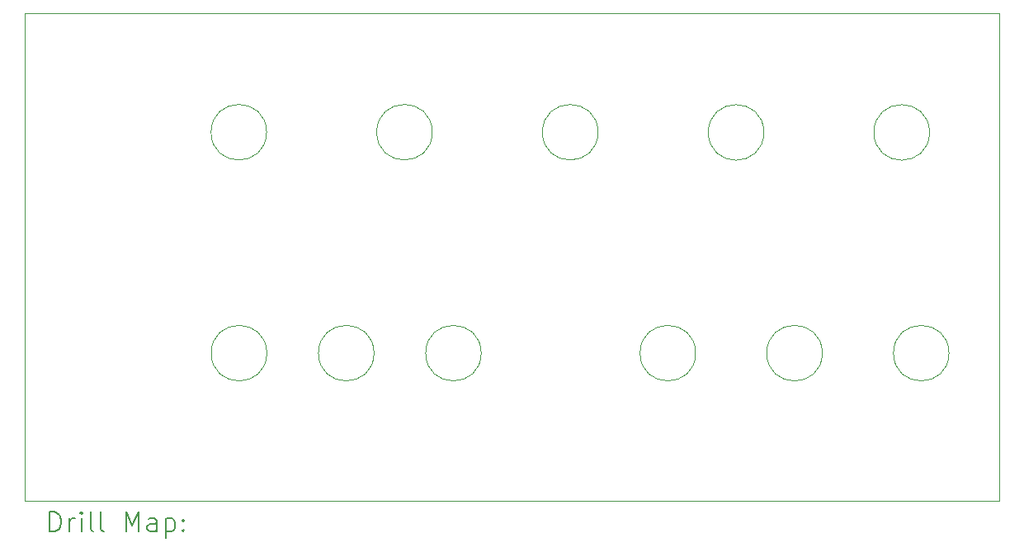
<source format=gbr>
%TF.GenerationSoftware,KiCad,Pcbnew,8.0.9-8.0.9-0~ubuntu24.04.1*%
%TF.CreationDate,2025-06-12T22:50:13-04:00*%
%TF.ProjectId,CoilTest,436f696c-5465-4737-942e-6b696361645f,0.0*%
%TF.SameCoordinates,Original*%
%TF.FileFunction,Drillmap*%
%TF.FilePolarity,Positive*%
%FSLAX45Y45*%
G04 Gerber Fmt 4.5, Leading zero omitted, Abs format (unit mm)*
G04 Created by KiCad (PCBNEW 8.0.9-8.0.9-0~ubuntu24.04.1) date 2025-06-12 22:50:13*
%MOMM*%
%LPD*%
G01*
G04 APERTURE LIST*
%ADD10C,0.050000*%
%ADD11C,0.200000*%
G04 APERTURE END LIST*
D10*
X16885000Y-8485000D02*
G75*
G02*
X16315000Y-8485000I-285000J0D01*
G01*
X16315000Y-8485000D02*
G75*
G02*
X16885000Y-8485000I285000J0D01*
G01*
X14685000Y-8485000D02*
G75*
G02*
X14115000Y-8485000I-285000J0D01*
G01*
X14115000Y-8485000D02*
G75*
G02*
X14685000Y-8485000I285000J0D01*
G01*
X19285000Y-6220000D02*
G75*
G02*
X18715000Y-6220000I-285000J0D01*
G01*
X18715000Y-6220000D02*
G75*
G02*
X19285000Y-6220000I285000J0D01*
G01*
X18185000Y-8485000D02*
G75*
G02*
X17615000Y-8485000I-285000J0D01*
G01*
X17615000Y-8485000D02*
G75*
G02*
X18185000Y-8485000I285000J0D01*
G01*
X17585000Y-6220000D02*
G75*
G02*
X17015000Y-6220000I-285000J0D01*
G01*
X17015000Y-6220000D02*
G75*
G02*
X17585000Y-6220000I285000J0D01*
G01*
X12485000Y-8485000D02*
G75*
G02*
X11915000Y-8485000I-285000J0D01*
G01*
X11915000Y-8485000D02*
G75*
G02*
X12485000Y-8485000I285000J0D01*
G01*
X14182548Y-6217790D02*
G75*
G02*
X13612548Y-6217790I-285000J0D01*
G01*
X13612548Y-6217790D02*
G75*
G02*
X14182548Y-6217790I285000J0D01*
G01*
X15883161Y-6218272D02*
G75*
G02*
X15313161Y-6218272I-285000J0D01*
G01*
X15313161Y-6218272D02*
G75*
G02*
X15883161Y-6218272I285000J0D01*
G01*
X19485000Y-8485000D02*
G75*
G02*
X18915000Y-8485000I-285000J0D01*
G01*
X18915000Y-8485000D02*
G75*
G02*
X19485000Y-8485000I285000J0D01*
G01*
X12483000Y-6218000D02*
G75*
G02*
X11913000Y-6218000I-285000J0D01*
G01*
X11913000Y-6218000D02*
G75*
G02*
X12483000Y-6218000I285000J0D01*
G01*
X20000000Y-10000000D02*
X10000000Y-10000000D01*
X10000000Y-5000000D01*
X20000000Y-5000000D01*
X20000000Y-10000000D01*
X13585000Y-8485000D02*
G75*
G02*
X13015000Y-8485000I-285000J0D01*
G01*
X13015000Y-8485000D02*
G75*
G02*
X13585000Y-8485000I285000J0D01*
G01*
D11*
X10258277Y-10313984D02*
X10258277Y-10113984D01*
X10258277Y-10113984D02*
X10305896Y-10113984D01*
X10305896Y-10113984D02*
X10334467Y-10123508D01*
X10334467Y-10123508D02*
X10353515Y-10142555D01*
X10353515Y-10142555D02*
X10363039Y-10161603D01*
X10363039Y-10161603D02*
X10372563Y-10199698D01*
X10372563Y-10199698D02*
X10372563Y-10228270D01*
X10372563Y-10228270D02*
X10363039Y-10266365D01*
X10363039Y-10266365D02*
X10353515Y-10285412D01*
X10353515Y-10285412D02*
X10334467Y-10304460D01*
X10334467Y-10304460D02*
X10305896Y-10313984D01*
X10305896Y-10313984D02*
X10258277Y-10313984D01*
X10458277Y-10313984D02*
X10458277Y-10180650D01*
X10458277Y-10218746D02*
X10467801Y-10199698D01*
X10467801Y-10199698D02*
X10477324Y-10190174D01*
X10477324Y-10190174D02*
X10496372Y-10180650D01*
X10496372Y-10180650D02*
X10515420Y-10180650D01*
X10582086Y-10313984D02*
X10582086Y-10180650D01*
X10582086Y-10113984D02*
X10572563Y-10123508D01*
X10572563Y-10123508D02*
X10582086Y-10133031D01*
X10582086Y-10133031D02*
X10591610Y-10123508D01*
X10591610Y-10123508D02*
X10582086Y-10113984D01*
X10582086Y-10113984D02*
X10582086Y-10133031D01*
X10705896Y-10313984D02*
X10686848Y-10304460D01*
X10686848Y-10304460D02*
X10677324Y-10285412D01*
X10677324Y-10285412D02*
X10677324Y-10113984D01*
X10810658Y-10313984D02*
X10791610Y-10304460D01*
X10791610Y-10304460D02*
X10782086Y-10285412D01*
X10782086Y-10285412D02*
X10782086Y-10113984D01*
X11039229Y-10313984D02*
X11039229Y-10113984D01*
X11039229Y-10113984D02*
X11105896Y-10256841D01*
X11105896Y-10256841D02*
X11172563Y-10113984D01*
X11172563Y-10113984D02*
X11172563Y-10313984D01*
X11353515Y-10313984D02*
X11353515Y-10209222D01*
X11353515Y-10209222D02*
X11343991Y-10190174D01*
X11343991Y-10190174D02*
X11324943Y-10180650D01*
X11324943Y-10180650D02*
X11286848Y-10180650D01*
X11286848Y-10180650D02*
X11267801Y-10190174D01*
X11353515Y-10304460D02*
X11334467Y-10313984D01*
X11334467Y-10313984D02*
X11286848Y-10313984D01*
X11286848Y-10313984D02*
X11267801Y-10304460D01*
X11267801Y-10304460D02*
X11258277Y-10285412D01*
X11258277Y-10285412D02*
X11258277Y-10266365D01*
X11258277Y-10266365D02*
X11267801Y-10247317D01*
X11267801Y-10247317D02*
X11286848Y-10237793D01*
X11286848Y-10237793D02*
X11334467Y-10237793D01*
X11334467Y-10237793D02*
X11353515Y-10228270D01*
X11448753Y-10180650D02*
X11448753Y-10380650D01*
X11448753Y-10190174D02*
X11467801Y-10180650D01*
X11467801Y-10180650D02*
X11505896Y-10180650D01*
X11505896Y-10180650D02*
X11524943Y-10190174D01*
X11524943Y-10190174D02*
X11534467Y-10199698D01*
X11534467Y-10199698D02*
X11543991Y-10218746D01*
X11543991Y-10218746D02*
X11543991Y-10275889D01*
X11543991Y-10275889D02*
X11534467Y-10294936D01*
X11534467Y-10294936D02*
X11524943Y-10304460D01*
X11524943Y-10304460D02*
X11505896Y-10313984D01*
X11505896Y-10313984D02*
X11467801Y-10313984D01*
X11467801Y-10313984D02*
X11448753Y-10304460D01*
X11629705Y-10294936D02*
X11639229Y-10304460D01*
X11639229Y-10304460D02*
X11629705Y-10313984D01*
X11629705Y-10313984D02*
X11620182Y-10304460D01*
X11620182Y-10304460D02*
X11629705Y-10294936D01*
X11629705Y-10294936D02*
X11629705Y-10313984D01*
X11629705Y-10190174D02*
X11639229Y-10199698D01*
X11639229Y-10199698D02*
X11629705Y-10209222D01*
X11629705Y-10209222D02*
X11620182Y-10199698D01*
X11620182Y-10199698D02*
X11629705Y-10190174D01*
X11629705Y-10190174D02*
X11629705Y-10209222D01*
M02*

</source>
